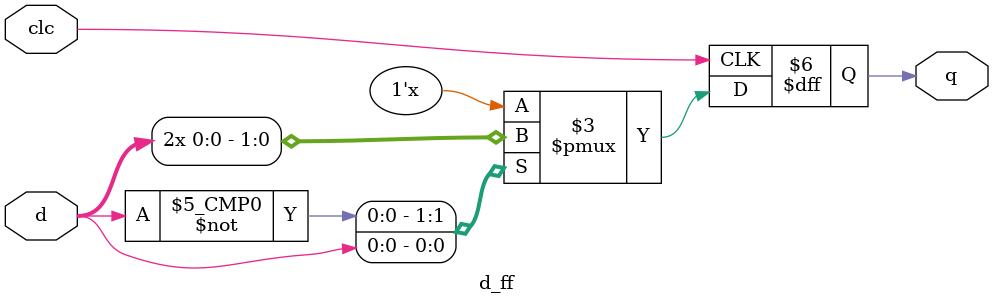
<source format=v>
`timescale 1ns / 1ps



module d_ff(q,clc,d);
output q;
input d,clc;
reg q=1'b0;
always@(posedge clc)
case(d)
1'b0:q<=d;
1'b1:q<=d;
endcase
endmodule

</source>
